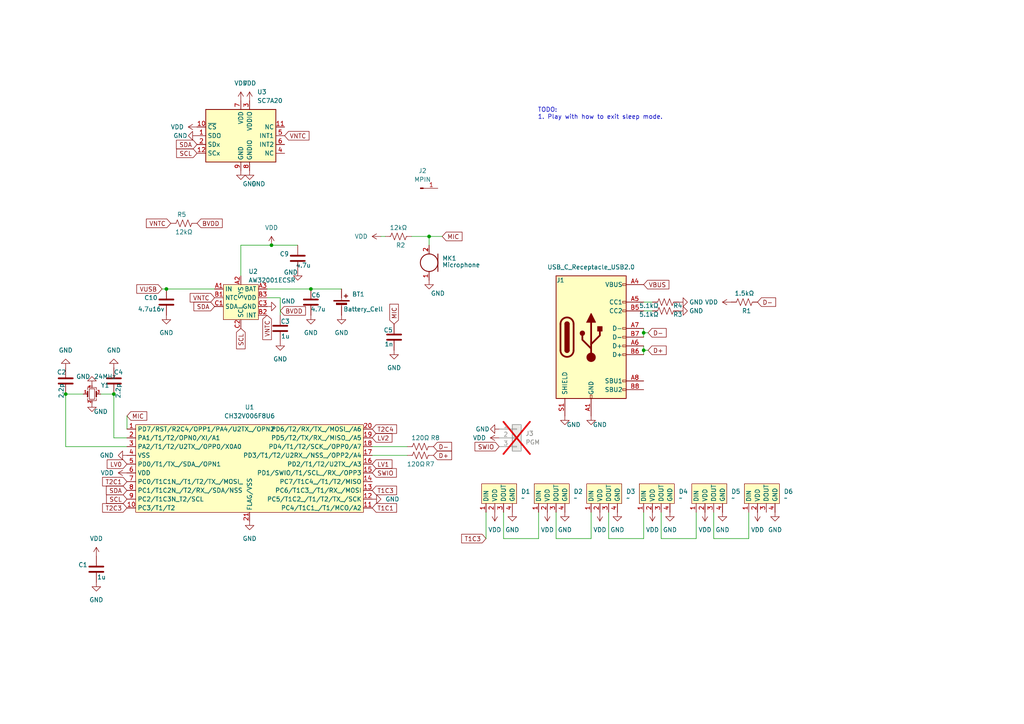
<source format=kicad_sch>
(kicad_sch (version 20231120) (generator "eeschema") (generator_version "8.0")
  (paper "A4")
  (lib_symbols
    (symbol "Connector:Conn_01x01_Pin" (pin_names (offset 1.016) hide)
      (property "Reference" "J" (at 0 2.54 0))
      (property "Value" "Conn_01x01_Pin" (at 0 -2.54 0))
      (symbol "Conn_01x01_Pin_1_1"
        (polyline (pts (xy 1.27 0) (xy 0.8636 0)) (stroke (width 0.1524)))
        (rectangle (start 0.8636 0.127) (end 0 -0.127) (stroke (width 0.1524)) (fill (type outline)))
        (pin passive line (at 5.08 0 180) (length 3.81) (name "Pin_1") (number "1"))
      )
    )
    (symbol "Connector:USB_C_Receptacle_USB2.0" (pin_names (offset 1.016))
      (property "Reference" "J" (at -10.16 19.05 0))
      (property "Value" "USB_C_Receptacle_USB2.0" (at 19.05 19.05 0))
      (symbol "USB_C_Receptacle_USB2.0_0_0"
        (rectangle (start -0.254 -17.78) (end 0.254 -16.764))
        (rectangle (start 10.16 -14.986) (end 9.144 -15.494))
        (rectangle (start 10.16 -12.446) (end 9.144 -12.954))
        (rectangle (start 10.16 -4.826) (end 9.144 -5.334))
        (rectangle (start 10.16 -2.286) (end 9.144 -2.794))
        (rectangle (start 10.16 0.254) (end 9.144 -0.254))
        (rectangle (start 10.16 2.794) (end 9.144 2.286))
        (rectangle (start 10.16 7.874) (end 9.144 7.366))
        (rectangle (start 10.16 10.414) (end 9.144 9.906))
        (rectangle (start 10.16 15.494) (end 9.144 14.986))
      )
      (symbol "USB_C_Receptacle_USB2.0_0_1"
        (rectangle (start -10.16 17.78) (end 10.16 -17.78) (stroke (width 0.254)) (fill (type background)))
        (arc (start -8.89 -3.81) (mid -6.985 -5.7067) (end -5.08 -3.81) (stroke (width 0.508)))
        (arc (start -7.62 -3.81) (mid -6.985 -4.4423) (end -6.35 -3.81) (stroke (width 0.254)))
        (arc (start -7.62 -3.81) (mid -6.985 -4.4423) (end -6.35 -3.81) (stroke (width 0.254)) (fill (type outline)))
        (rectangle (start -7.62 -3.81) (end -6.35 3.81) (stroke (width 0.254)) (fill (type outline)))
        (arc (start -6.35 3.81) (mid -6.985 4.4423) (end -7.62 3.81) (stroke (width 0.254)))
        (arc (start -6.35 3.81) (mid -6.985 4.4423) (end -7.62 3.81) (stroke (width 0.254)) (fill (type outline)))
        (arc (start -5.08 3.81) (mid -6.985 5.7067) (end -8.89 3.81) (stroke (width 0.508)))
        (circle (center -2.54 1.143) (radius 0.635) (stroke (width 0.254)) (fill (type outline)))
        (circle (center 0 -5.842) (radius 1.27) (fill (type outline)))
        (polyline (pts (xy -8.89 -3.81) (xy -8.89 3.81)) (stroke (width 0.508)))
        (polyline (pts (xy -5.08 3.81) (xy -5.08 -3.81)) (stroke (width 0.508)))
        (polyline (pts (xy 0 -5.842) (xy 0 4.318)) (stroke (width 0.508)))
        (polyline (pts (xy 0 -3.302) (xy -2.54 -0.762) (xy -2.54 0.508)) (stroke (width 0.508)))
        (polyline (pts (xy 0 -2.032) (xy 2.54 0.508) (xy 2.54 1.778)) (stroke (width 0.508)))
        (polyline (pts (xy -1.27 4.318) (xy 0 6.858) (xy 1.27 4.318) (xy -1.27 4.318)) (stroke (width 0.254)) (fill (type outline)))
        (rectangle (start 1.905 1.778) (end 3.175 3.048) (stroke (width 0.254)) (fill (type outline)))
      )
      (symbol "USB_C_Receptacle_USB2.0_1_1"
        (pin passive line (at 0 -22.86 90) (length 5.08) (name "GND") (number "A1"))
        (pin passive line (at 0 -22.86 90) (length 5.08) hide (name "GND") (number "A12"))
        (pin passive line (at 15.24 15.24 180) (length 5.08) (name "VBUS") (number "A4"))
        (pin bidirectional line (at 15.24 10.16 180) (length 5.08) (name "CC1") (number "A5"))
        (pin bidirectional line (at 15.24 -2.54 180) (length 5.08) (name "D+") (number "A6"))
        (pin bidirectional line (at 15.24 2.54 180) (length 5.08) (name "D-") (number "A7"))
        (pin bidirectional line (at 15.24 -12.7 180) (length 5.08) (name "SBU1") (number "A8"))
        (pin passive line (at 15.24 15.24 180) (length 5.08) hide (name "VBUS") (number "A9"))
        (pin passive line (at 0 -22.86 90) (length 5.08) hide (name "GND") (number "B1"))
        (pin passive line (at 0 -22.86 90) (length 5.08) hide (name "GND") (number "B12"))
        (pin passive line (at 15.24 15.24 180) (length 5.08) hide (name "VBUS") (number "B4"))
        (pin bidirectional line (at 15.24 7.62 180) (length 5.08) (name "CC2") (number "B5"))
        (pin bidirectional line (at 15.24 -5.08 180) (length 5.08) (name "D+") (number "B6"))
        (pin bidirectional line (at 15.24 0 180) (length 5.08) (name "D-") (number "B7"))
        (pin bidirectional line (at 15.24 -15.24 180) (length 5.08) (name "SBU2") (number "B8"))
        (pin passive line (at 15.24 15.24 180) (length 5.08) hide (name "VBUS") (number "B9"))
        (pin passive line (at -7.62 -22.86 90) (length 5.08) (name "SHIELD") (number "S1"))
      )
    )
    (symbol "Connector_Generic:Conn_01x03" (pin_names (offset 1.016) hide)
      (property "Reference" "J" (at 0 5.08 0))
      (property "Value" "Conn_01x03" (at 0 -5.08 0))
      (symbol "Conn_01x03_1_1"
        (rectangle (start -1.27 -2.413) (end 0 -2.667) (stroke (width 0.1524)))
        (rectangle (start -1.27 0.127) (end 0 -0.127) (stroke (width 0.1524)))
        (rectangle (start -1.27 2.667) (end 0 2.413) (stroke (width 0.1524)))
        (rectangle (start -1.27 3.81) (end 1.27 -3.81) (stroke (width 0.254)) (fill (type background)))
        (pin passive line (at -5.08 2.54 0) (length 3.81) (name "Pin_1") (number "1"))
        (pin passive line (at -5.08 0 0) (length 3.81) (name "Pin_2") (number "2"))
        (pin passive line (at -5.08 -2.54 0) (length 3.81) (name "Pin_3") (number "3"))
      )
    )
    (symbol "Device:Battery_Cell" (pin_numbers hide) (pin_names (offset 0) hide)
      (property "Reference" "BT" (at 2.54 2.54 0))
      (property "Value" "Battery_Cell" (at 2.54 0 0))
      (symbol "Battery_Cell_0_1"
        (rectangle (start -2.286 1.778) (end 2.286 1.524) (fill (type outline)))
        (rectangle (start -1.524 1.016) (end 1.524 0.508) (fill (type outline)))
        (polyline (pts (xy 0 0.762) (xy 0 0)))
        (polyline (pts (xy 0 1.778) (xy 0 2.54)))
        (polyline (pts (xy 0.762 3.048) (xy 1.778 3.048)) (stroke (width 0.254)))
        (polyline (pts (xy 1.27 3.556) (xy 1.27 2.54)) (stroke (width 0.254)))
      )
      (symbol "Battery_Cell_1_1"
        (pin passive line (at 0 5.08 270) (length 2.54) (name "+") (number "1"))
        (pin passive line (at 0 -2.54 90) (length 2.54) (name "-") (number "2"))
      )
    )
    (symbol "Device:C" (pin_numbers hide) (pin_names (offset 0.254))
      (property "Reference" "C" (at 0.635 2.54 0))
      (property "Value" "C" (at 0.635 -2.54 0))
      (symbol "C_0_1"
        (polyline (pts (xy -2.032 -0.762) (xy 2.032 -0.762)) (stroke (width 0.508)))
        (polyline (pts (xy -2.032 0.762) (xy 2.032 0.762)) (stroke (width 0.508)))
      )
      (symbol "C_1_1"
        (pin passive line (at 0 3.81 270) (length 2.794) (name "~") (number "1"))
        (pin passive line (at 0 -3.81 90) (length 2.794) (name "~") (number "2"))
      )
    )
    (symbol "Device:Crystal_GND24_Small" (pin_names (offset 1.016) hide)
      (property "Reference" "Y" (at 1.27 4.445 0))
      (property "Value" "Crystal_GND24_Small" (at 1.27 2.54 0))
      (symbol "Crystal_GND24_Small_0_1"
        (rectangle (start -0.762 -1.524) (end 0.762 1.524))
        (polyline (pts (xy -1.27 -0.762) (xy -1.27 0.762)) (stroke (width 0.381)))
        (polyline (pts (xy 1.27 -0.762) (xy 1.27 0.762)) (stroke (width 0.381)))
        (polyline (pts (xy -1.27 -1.27) (xy -1.27 -1.905) (xy 1.27 -1.905) (xy 1.27 -1.27)))
        (polyline (pts (xy -1.27 1.27) (xy -1.27 1.905) (xy 1.27 1.905) (xy 1.27 1.27)))
      )
      (symbol "Crystal_GND24_Small_1_1"
        (pin passive line (at -2.54 0 0) (length 1.27) (name "1") (number "1"))
        (pin passive line (at 0 -2.54 90) (length 0.635) (name "2") (number "2"))
        (pin passive line (at 2.54 0 180) (length 1.27) (name "3") (number "3"))
        (pin passive line (at 0 2.54 270) (length 0.635) (name "4") (number "4"))
      )
    )
    (symbol "Sensor_Motion:SC7A20"
      (property "Reference" "U" (at -9.398 8.636 0))
      (property "Value" "SC7A20" (at 7.112 8.636 0))
      (symbol "SC7A20_1_1"
        (rectangle (start -10.16 7.62) (end 10.16 -7.62) (stroke (width 0.254)) (fill (type background)))
        (pin bidirectional line (at -12.7 0 0) (length 2.54) (name "SDO") (number "1"))
        (pin input line (at -12.7 2.54 0) (length 2.54) (name "~{CS}") (number "10"))
        (pin passive line (at 12.7 2.54 180) (length 2.54) (name "NC") (number "11"))
        (pin input line (at -12.7 -5.08 0) (length 2.54) (name "SCx") (number "12"))
        (pin bidirectional line (at -12.7 -2.54 0) (length 2.54) (name "SDx") (number "2"))
        (pin power_in line (at 2.54 10.16 270) (length 2.54) (name "VDDIO") (number "3"))
        (pin passive line (at 12.7 -5.08 180) (length 2.54) (name "NC") (number "4"))
        (pin output line (at 12.7 0 180) (length 2.54) (name "INT1") (number "5"))
        (pin output line (at 12.7 -2.54 180) (length 2.54) (name "INT2") (number "6"))
        (pin power_in line (at 0 10.16 270) (length 2.54) (name "VDD") (number "7"))
        (pin power_in line (at 2.54 -10.16 90) (length 2.54) (name "GNDIO") (number "8"))
        (pin power_in line (at 0 -10.16 90) (length 2.54) (name "GND") (number "9"))
      )
    )
    (symbol "Swadge_Parts:GND" (power) (pin_names (offset 0))
      (property "Value" "GND" (at 0 -3.81 0))
      (symbol "GND_0_1"
        (polyline (pts (xy 0 0) (xy 0 -1.27) (xy 1.27 -1.27) (xy 0 -2.54) (xy -1.27 -1.27) (xy 0 -1.27)))
      )
      (symbol "GND_1_1"
        (pin power_in line (at 0 0 270) (length 0) hide (name "GND") (number "1"))
      )
    )
    (symbol "Swadge_Parts:Microphone-INGHAi-4mm" (pin_names (offset 0.0254) hide)
      (property "Reference" "MK" (at -3.81 1.27 0))
      (property "Value" "Microphone" (at -3.81 -0.635 0))
      (symbol "Microphone-INGHAi-4mm_0_1"
        (polyline (pts (xy -2.54 2.54) (xy -2.54 -2.54)) (stroke (width 0.254)))
        (polyline (pts (xy 0.254 3.81) (xy 0.762 3.81)))
        (polyline (pts (xy 0.508 4.064) (xy 0.508 3.556)))
        (circle (center 0 0) (radius 2.54) (stroke (width 0.254)))
      )
      (symbol "Microphone-INGHAi-4mm_1_1"
        (pin passive line (at 0 -5.08 90) (length 2.54) (name "-") (number "1"))
        (pin passive line (at 0 5.08 270) (length 2.54) (name "+") (number "2"))
      )
    )
    (symbol "Swadge_Parts:R_US" (pin_numbers hide) (pin_names (offset 0))
      (property "Reference" "R" (at 2.54 0 90))
      (property "Value" "R_US" (at -2.54 0 90))
      (symbol "R_US_0_1"
        (polyline (pts (xy 0 -2.286) (xy 0 -2.54)))
        (polyline (pts (xy 0 2.286) (xy 0 2.54)))
        (polyline (pts (xy 0 -0.762) (xy 1.016 -1.143) (xy 0 -1.524) (xy -1.016 -1.905) (xy 0 -2.286)))
        (polyline (pts (xy 0 0.762) (xy 1.016 0.381) (xy 0 0) (xy -1.016 -0.381) (xy 0 -0.762)))
        (polyline (pts (xy 0 2.286) (xy 1.016 1.905) (xy 0 1.524) (xy -1.016 1.143) (xy 0 0.762)))
      )
      (symbol "R_US_1_1"
        (pin passive line (at 0 3.81 270) (length 1.27) (name "~") (number "1"))
        (pin passive line (at 0 -3.81 90) (length 1.27) (name "~") (number "2"))
      )
    )
    (symbol "cnhardware:AW32001E-BMS"
      (property "Reference" "U" (at -3.302 -5.08 0))
      (symbol "AW32001E-BMS_1_1"
        (rectangle (start -5.08 3.81) (end 5.08 -6.35) (fill (type background)))
        (pin bidirectional line (at -7.62 2.54 0) (length 2.54) (name "IN") (number "A1"))
        (pin bidirectional line (at 0 6.35 270) (length 2.54) (name "SYS") (number "A2"))
        (pin bidirectional line (at 7.62 2.54 180) (length 2.54) (name "BAT") (number "A3"))
        (pin bidirectional line (at -7.62 0 0) (length 2.54) (name "NTC") (number "B1"))
        (pin bidirectional line (at 7.62 -5.08 180) (length 2.54) (name "INT") (number "B2"))
        (pin bidirectional line (at 7.62 0 180) (length 2.54) (name "VDD") (number "B3"))
        (pin bidirectional line (at -7.62 -2.54 0) (length 2.54) (name "SDA") (number "C1"))
        (pin bidirectional line (at 0 -8.89 90) (length 2.54) (name "SCL") (number "C2"))
        (pin bidirectional line (at 7.62 -2.54 180) (length 2.54) (name "GND") (number "C3"))
      )
    )
    (symbol "cnhardware:CH32V006F8U6"
      (property "Reference" "U" (at 0 -1.27 0))
      (property "Value" "CH32V006F8U6" (at 2.54 0 0))
      (symbol "CH32V006F8U6_1_1"
        (rectangle (start -33.02 12.7) (end 33.02 -12.7) (fill (type background)))
        (pin bidirectional line (at -35.56 11.43 0) (length 2.54) (name "PD7/RST/R2C4/OPP1/PA4/U2TX_/OPN2") (number "1"))
        (pin bidirectional line (at -35.56 -11.43 0) (length 2.54) (name "PC3/T1/T2") (number "10"))
        (pin bidirectional line (at 35.56 -11.43 180) (length 2.54) (name "PC4/T1C1_/T1/MCO/A2") (number "11"))
        (pin bidirectional line (at 35.56 -8.89 180) (length 2.54) (name "PC5/T1C2_/T1/T2/TX_/SCK") (number "12"))
        (pin bidirectional line (at 35.56 -6.35 180) (length 2.54) (name "PC6/T1C3_/T1/RX_/MOSI") (number "13"))
        (pin bidirectional line (at 35.56 -3.81 180) (length 2.54) (name "PC7/T1C4_/T1/T2/MISO") (number "14"))
        (pin bidirectional line (at 35.56 -1.27 180) (length 2.54) (name "PD1/SWIO/T1/SCL_/RX_/OPP3") (number "15"))
        (pin bidirectional line (at 35.56 1.27 180) (length 2.54) (name "PD2/T1/T2/U2TX_/A3") (number "16"))
        (pin bidirectional line (at 35.56 3.81 180) (length 2.54) (name "PD3/T1/T2/U2RX_/NSS_/OPP2/A4") (number "17"))
        (pin bidirectional line (at 35.56 6.35 180) (length 2.54) (name "PD4/T1/T2/SCK_/OPP0/A7") (number "18"))
        (pin bidirectional line (at 35.56 8.89 180) (length 2.54) (name "PD5/T2/TX/RX_/MISO_/A5") (number "19"))
        (pin bidirectional line (at -35.56 8.89 0) (length 2.54) (name "PA1/T1/T2/OPN0/XI/A1") (number "2"))
        (pin bidirectional line (at 35.56 11.43 180) (length 2.54) (name "PD6/T2/RX/TX_/MOSI_/A6") (number "20"))
        (pin bidirectional line (at 0 -15.24 90) (length 2.54) (name "FLAG/VSS") (number "21"))
        (pin bidirectional line (at -35.56 6.35 0) (length 2.54) (name "PA2/T1/T2/U2TX_/OPP0/X0A0") (number "3"))
        (pin bidirectional line (at -35.56 3.81 0) (length 2.54) (name "VSS") (number "4"))
        (pin bidirectional line (at -35.56 1.27 0) (length 2.54) (name "PD0/T1/TX_/SDA_/OPN1") (number "5"))
        (pin bidirectional line (at -35.56 -1.27 0) (length 2.54) (name "VDD") (number "6"))
        (pin bidirectional line (at -35.56 -3.81 0) (length 2.54) (name "PC0/T1C1N_/T1/T2/TX_/MOSI_") (number "7"))
        (pin bidirectional line (at -35.56 -6.35 0) (length 2.54) (name "PC1/T1C2N_/T2/RX_/SDA/NSS") (number "8"))
        (pin bidirectional line (at -35.56 -8.89 0) (length 2.54) (name "PC2/T1C3N_T2/SCL") (number "9"))
      )
    )
    (symbol "cnhardware:LC8812-SIDE-4020"
      (property "Reference" "D" (at 0 6.985 0))
      (symbol "LC8812-SIDE-4020_1_1"
        (rectangle (start -5.08 5.715) (end 5.08 0) (fill (type background)))
        (pin bidirectional line (at -3.81 -2.54 90) (length 2.54) (name "DIN") (number "1"))
        (pin bidirectional line (at -1.27 -2.54 90) (length 2.54) (name "VDD") (number "2"))
        (pin bidirectional line (at 1.27 -2.54 90) (length 2.54) (name "DOUT") (number "3"))
        (pin bidirectional line (at 3.81 -2.54 90) (length 2.54) (name "GND") (number "4"))
      )
    )
    (symbol "power:GND" (power) (pin_names (offset 0))
      (property "Value" "GND" (at 0 -3.81 0))
      (symbol "GND_0_1"
        (polyline (pts (xy 0 0) (xy 0 -1.27) (xy 1.27 -1.27) (xy 0 -2.54) (xy -1.27 -1.27) (xy 0 -1.27)))
      )
      (symbol "GND_1_1"
        (pin power_in line (at 0 0 270) (length 0) hide (name "GND") (number "1"))
      )
    )
    (symbol "power:VDD" (power) (pin_names (offset 0))
      (property "Value" "VDD" (at 0 3.81 0))
      (symbol "VDD_0_1"
        (polyline (pts (xy -0.762 1.27) (xy 0 2.54)))
        (polyline (pts (xy 0 0) (xy 0 2.54)))
        (polyline (pts (xy 0 2.54) (xy 0.762 1.27)))
      )
      (symbol "VDD_1_1"
        (pin power_in line (at 0 0 90) (length 0) hide (name "VDD") (number "1"))
      )
    )
  )
  (junction (at 90.17 83.82))
  (junction (at 48.26 83.82))
  (junction (at 78.74 71.12))
  (junction (at 33.02 114.3))
  (junction (at 186.69 96.52))
  (junction (at 186.69 101.6))
  (junction (at 124.46 68.58))
  (junction (at 19.05 114.3))
  (wire (pts (xy 119.38 68.58) (xy 124.46 68.58)))
  (wire (pts (xy 146.05 156.21) (xy 156.21 156.21)))
  (wire (pts (xy 186.69 101.6) (xy 187.96 101.6)))
  (wire (pts (xy 69.85 71.12) (xy 69.85 80.01)))
  (wire (pts (xy 186.69 96.52) (xy 186.69 97.79)))
  (wire (pts (xy 201.93 148.59) (xy 201.93 156.21)))
  (wire (pts (xy 124.46 68.58) (xy 128.27 68.58)))
  (wire (pts (xy 36.83 129.54) (xy 19.05 129.54)))
  (wire (pts (xy 19.05 114.3) (xy 24.13 114.3)))
  (wire (pts (xy 186.69 87.63) (xy 189.23 87.63)))
  (wire (pts (xy 107.95 132.08) (xy 118.11 132.08)))
  (wire (pts (xy 110.49 68.58) (xy 111.76 68.58)))
  (wire (pts (xy 186.69 96.52) (xy 187.96 96.52)))
  (wire (pts (xy 186.69 95.25) (xy 186.69 96.52)))
  (wire (pts (xy 207.01 148.59) (xy 207.01 156.21)))
  (wire (pts (xy 78.74 71.12) (xy 69.85 71.12)))
  (wire (pts (xy 217.17 148.59) (xy 217.17 156.21)))
  (wire (pts (xy 46.99 83.82) (xy 48.26 83.82)))
  (wire (pts (xy 33.02 114.3) (xy 33.02 127)))
  (wire (pts (xy 161.29 148.59) (xy 161.29 156.21)))
  (wire (pts (xy 19.05 129.54) (xy 19.05 114.3)))
  (wire (pts (xy 161.29 156.21) (xy 171.45 156.21)))
  (wire (pts (xy 176.53 148.59) (xy 176.53 156.21)))
  (wire (pts (xy 36.83 127) (xy 33.02 127)))
  (wire (pts (xy 186.69 90.17) (xy 189.23 90.17)))
  (wire (pts (xy 186.69 148.59) (xy 186.69 156.21)))
  (wire (pts (xy 48.26 83.82) (xy 62.23 83.82)))
  (wire (pts (xy 90.17 83.82) (xy 99.06 83.82)))
  (wire (pts (xy 86.36 71.12) (xy 78.74 71.12)))
  (wire (pts (xy 146.05 148.59) (xy 146.05 156.21)))
  (wire (pts (xy 140.97 156.21) (xy 140.97 148.59)))
  (wire (pts (xy 207.01 156.21) (xy 217.17 156.21)))
  (wire (pts (xy 176.53 156.21) (xy 186.69 156.21)))
  (wire (pts (xy 191.77 156.21) (xy 201.93 156.21)))
  (wire (pts (xy 186.69 100.33) (xy 186.69 101.6)))
  (wire (pts (xy 77.47 83.82) (xy 90.17 83.82)))
  (wire (pts (xy 36.83 120.65) (xy 36.83 124.46)))
  (wire (pts (xy 29.21 114.3) (xy 33.02 114.3)))
  (wire (pts (xy 81.28 86.36) (xy 77.47 86.36)))
  (wire (pts (xy 186.69 101.6) (xy 186.69 102.87)))
  (wire (pts (xy 171.45 148.59) (xy 171.45 156.21)))
  (wire (pts (xy 107.95 129.54) (xy 118.11 129.54)))
  (wire (pts (xy 81.28 86.36) (xy 81.28 91.44)))
  (wire (pts (xy 191.77 148.59) (xy 191.77 156.21)))
  (wire (pts (xy 124.46 68.58) (xy 124.46 71.12)))
  (wire (pts (xy 156.21 148.59) (xy 156.21 156.21)))
  (text "TODO:\n1. Play with how to exit sleep mode." (at 155.956 33.02 0) (effects (font (size 1.27 1.27)) (justify left)))
  (global_label "D-" (shape input) (at 187.96 96.52 0) (property "Intersheetrefs" "${INTERSHEET_REFS}" (effects (hide yes))))
  (global_label "VNTC" (shape input) (at 62.23 86.36 180) (property "Intersheetrefs" "${INTERSHEET_REFS}" (effects (hide yes))))
  (global_label "MIC" (shape input) (at 114.3 93.98 90) (property "Intersheetrefs" "${INTERSHEET_REFS}" (effects (hide yes))))
  (global_label "D+" (shape input) (at 187.96 101.6 0) (property "Intersheetrefs" "${INTERSHEET_REFS}" (effects (hide yes))))
  (global_label "SCL" (shape input) (at 36.83 144.78 180) (property "Intersheetrefs" "${INTERSHEET_REFS}" (effects (hide yes))))
  (global_label "VBUS" (shape input) (at 186.69 82.55 0) (property "Intersheetrefs" "${INTERSHEET_REFS}" (effects (hide yes))))
  (global_label "MIC" (shape input) (at 36.83 120.65 0) (property "Intersheetrefs" "${INTERSHEET_REFS}" (effects (hide yes))))
  (global_label "BVDD" (shape input) (at 81.28 90.17 0) (property "Intersheetrefs" "${INTERSHEET_REFS}" (effects (hide yes))))
  (global_label "LV0" (shape input) (at 36.83 134.62 180) (property "Intersheetrefs" "${INTERSHEET_REFS}" (effects (hide yes))))
  (global_label "VNTC" (shape input) (at 82.55 39.37 0) (property "Intersheetrefs" "${INTERSHEET_REFS}" (effects (hide yes))))
  (global_label "T2C1" (shape input) (at 36.83 139.7 180) (property "Intersheetrefs" "${INTERSHEET_REFS}" (effects (hide yes))))
  (global_label "T1C3" (shape input) (at 107.95 142.24 0) (property "Intersheetrefs" "${INTERSHEET_REFS}" (effects (hide yes))))
  (global_label "SDA" (shape input) (at 36.83 142.24 180) (property "Intersheetrefs" "${INTERSHEET_REFS}" (effects (hide yes))))
  (global_label "T1C3" (shape input) (at 140.97 156.21 180) (property "Intersheetrefs" "${INTERSHEET_REFS}" (effects (hide yes))))
  (global_label "D-" (shape input) (at 125.73 129.54 0) (property "Intersheetrefs" "${INTERSHEET_REFS}" (effects (hide yes))))
  (global_label "SCL" (shape input) (at 69.85 95.25 270) (property "Intersheetrefs" "${INTERSHEET_REFS}" (effects (hide yes))))
  (global_label "T1C1" (shape input) (at 107.95 147.32 0) (property "Intersheetrefs" "${INTERSHEET_REFS}" (effects (hide yes))))
  (global_label "SDA" (shape input) (at 62.23 88.9 180) (property "Intersheetrefs" "${INTERSHEET_REFS}" (effects (hide yes))))
  (global_label "VNTC" (shape input) (at 49.53 64.77 180) (property "Intersheetrefs" "${INTERSHEET_REFS}" (effects (hide yes))))
  (global_label "T2C4" (shape input) (at 107.95 124.46 0) (property "Intersheetrefs" "${INTERSHEET_REFS}" (effects (hide yes))))
  (global_label "SDA" (shape input) (at 57.15 41.91 180) (property "Intersheetrefs" "${INTERSHEET_REFS}" (effects (hide yes))))
  (global_label "BVDD" (shape input) (at 57.15 64.77 0) (property "Intersheetrefs" "${INTERSHEET_REFS}" (effects (hide yes))))
  (global_label "LV1" (shape input) (at 107.95 134.62 0) (property "Intersheetrefs" "${INTERSHEET_REFS}" (effects (hide yes))))
  (global_label "T2C3" (shape input) (at 36.83 147.32 180) (property "Intersheetrefs" "${INTERSHEET_REFS}" (effects (hide yes))))
  (global_label "VNTC" (shape input) (at 77.47 91.44 270) (property "Intersheetrefs" "${INTERSHEET_REFS}" (effects (hide yes))))
  (global_label "D+" (shape input) (at 125.73 132.08 0) (property "Intersheetrefs" "${INTERSHEET_REFS}" (effects (hide yes))))
  (global_label "LV2" (shape input) (at 107.95 127 0) (property "Intersheetrefs" "${INTERSHEET_REFS}" (effects (hide yes))))
  (global_label "SWIO" (shape input) (at 107.95 137.16 0) (property "Intersheetrefs" "${INTERSHEET_REFS}" (effects (hide yes))))
  (global_label "SWIO" (shape input) (at 144.78 129.54 180) (property "Intersheetrefs" "${INTERSHEET_REFS}" (effects (hide yes))))
  (global_label "SCL" (shape input) (at 57.15 44.45 180) (property "Intersheetrefs" "${INTERSHEET_REFS}" (effects (hide yes))))
  (global_label "D-" (shape input) (at 219.71 87.63 0) (property "Intersheetrefs" "${INTERSHEET_REFS}" (effects (hide yes))))
  (global_label "VUSB" (shape input) (at 46.99 83.82 180) (property "Intersheetrefs" "${INTERSHEET_REFS}" (effects (hide yes))))
  (global_label "MIC" (shape input) (at 128.27 68.58 0) (property "Intersheetrefs" "${INTERSHEET_REFS}" (effects (hide yes))))
  (symbol (lib_id "power:GND") (at 224.79 148.59 0) (unit 1)
    (property "Reference" "#PWR036" (effects (hide yes)))
    (property "Value" "GND" (at 224.79 153.67 0))
  )
  (symbol (lib_id "cnhardware:LC8812-SIDE-4020") (at 190.5 146.05 0) (unit 1)
    (property "Reference" "D4" (at 196.85 142.5574 0) (effects (justify left)))
    (property "Value" "~" (at 196.85 144.4625 0) (effects (justify left)))
    (property "Footprint" "cnhardware:LC8812-SIDE-4020" (effects (hide yes)))
    (property "LCSC" "C5378721" (effects (hide yes)))
  )
  (symbol (lib_id "cnhardware:AW32001E-BMS") (at 69.85 86.36 0) (unit 1)
    (property "Reference" "U2" (at 72.0441 78.74 0) (effects (justify left)))
    (property "Value" "AW32001ECSR" (at 72.0441 81.28 0) (effects (justify left)))
    (property "Footprint" "cnhardware:WLCSP-9-P0.5mm" (effects (hide yes)))
    (property "LCSC" "C5125890" (effects (hide yes)))
  )
  (symbol (lib_id "Swadge_Parts:GND") (at 69.85 49.53 0) (unit 1)
    (property "Reference" "#PWR042" (effects (hide yes)))
    (property "Value" "GND" (at 72.39 53.34 0))
  )
  (symbol (lib_id "Swadge_Parts:R_US") (at 215.9 87.63 90) (unit 1)
    (property "Reference" "R1" (at 216.535 90.17 90))
    (property "Value" "1.5kΩ" (at 215.9 85.09 90))
    (property "Footprint" "Resistor_SMD:R_0402_1005Metric" (effects (hide yes)))
    (property "Cost100" "10" (effects (hide yes)))
    (property "Substitutable" "Y" (effects (hide yes)))
    (property "LCSC" "C25867" (effects (hide yes)))
    (property "Cost @ 2.5k" "0.0008" (effects (hide yes)))
  )
  (symbol (lib_id "power:VDD") (at 144.78 127 90) (mirror x) (unit 1)
    (property "Reference" "#PWR039" (effects (hide yes)))
    (property "Value" "VDD" (at 140.97 126.9999 90) (effects (justify left)))
  )
  (symbol (lib_id "power:VDD") (at 57.15 36.83 90) (mirror x) (unit 1)
    (property "Reference" "#PWR046" (effects (hide yes)))
    (property "Value" "VDD" (at 53.34 36.8299 90) (effects (justify left)))
  )
  (symbol (lib_id "Swadge_Parts:R_US") (at 121.92 132.08 90) (unit 1)
    (property "Reference" "R7" (at 124.714 134.62 90))
    (property "Value" "120Ω" (at 120.65 134.62 90))
    (property "Footprint" "Resistor_SMD:R_0402_1005Metric" (effects (hide yes)))
    (property "Cost100" "10" (effects (hide yes)))
    (property "Substitutable" "Y" (effects (hide yes)))
    (property "LCSC" "C25079" (effects (hide yes)))
    (property "Cost @ 2.5k" "0.0008" (effects (hide yes)))
  )
  (symbol (lib_id "Device:C") (at 33.02 110.49 0) (unit 1)
    (property "Reference" "C4" (at 33.02 107.95 0) (effects (justify left)))
    (property "Value" "2.2p" (at 34.29 115.57 90) (effects (justify left)))
    (property "Footprint" "Capacitor_SMD:C_0402_1005Metric" (effects (hide yes)))
    (property "LCSC" "C1559" (effects (hide yes)))
  )
  (symbol (lib_id "power:VDD") (at 72.39 29.21 0) (mirror y) (unit 1)
    (property "Reference" "#PWR043" (effects (hide yes)))
    (property "Value" "VDD" (at 72.39 24.13 0))
  )
  (symbol (lib_id "power:GND") (at 114.3 101.6 0) (mirror y) (unit 1)
    (property "Reference" "#PWR020" (effects (hide yes)))
    (property "Value" "GND" (at 114.3 106.68 0))
  )
  (symbol (lib_id "power:GND") (at 148.59 148.59 0) (unit 1)
    (property "Reference" "#PWR026" (effects (hide yes)))
    (property "Value" "GND" (at 148.59 153.67 0))
  )
  (symbol (lib_id "power:GND") (at 194.31 148.59 0) (unit 1)
    (property "Reference" "#PWR032" (effects (hide yes)))
    (property "Value" "GND" (at 194.31 153.67 0))
  )
  (symbol (lib_id "power:GND") (at 81.28 99.06 0) (unit 1)
    (property "Reference" "#PWR012" (effects (hide yes)))
    (property "Value" "GND" (at 81.28 104.14 0))
  )
  (symbol (lib_id "Swadge_Parts:GND") (at 124.46 81.28 0) (unit 1)
    (property "Reference" "#PWR011" (effects (hide yes)))
    (property "Value" "GND" (at 127 85.09 0))
  )
  (symbol (lib_id "power:VDD") (at 78.74 71.12 0) (mirror y) (unit 1)
    (property "Reference" "#PWR09" (effects (hide yes)))
    (property "Value" "VDD" (at 78.74 66.04 0))
  )
  (symbol (lib_id "power:GND") (at 27.94 168.91 0) (unit 1)
    (property "Reference" "#PWR019" (effects (hide yes)))
    (property "Value" "GND" (at 27.94 173.99 0))
  )
  (symbol (lib_id "power:GND") (at 171.45 120.65 0) (unit 1)
    (property "Reference" "#PWR02" (effects (hide yes)))
    (property "Value" "GND" (at 173.99 123.19 0))
  )
  (symbol (lib_id "power:VDD") (at 212.09 87.63 90) (mirror x) (unit 1)
    (property "Reference" "#PWR023" (effects (hide yes)))
    (property "Value" "VDD" (at 208.28 87.6299 90) (effects (justify left)))
  )
  (symbol (lib_id "Device:C") (at 19.05 110.49 0) (unit 1)
    (property "Reference" "C2" (at 16.51 107.95 0) (effects (justify left)))
    (property "Value" "2.2p" (at 17.78 115.57 90) (effects (justify left)))
    (property "Footprint" "Capacitor_SMD:C_0402_1005Metric" (effects (hide yes)))
    (property "LCSC" "C1559" (effects (hide yes)))
  )
  (symbol (lib_id "cnhardware:CH32V006F8U6") (at 72.39 135.89 0) (unit 1)
    (property "Reference" "U1" (at 72.39 118.11 0))
    (property "Value" "CH32V006F8U6" (at 72.39 120.65 0))
    (property "Footprint" "Package_DFN_QFN:QFN-20-1EP_3x3mm_P0.4mm_EP1.65x1.65mm" (effects (hide yes)))
  )
  (symbol (lib_id "power:GND") (at 196.85 87.63 90) (unit 1)
    (property "Reference" "#PWR021" (effects (hide yes)))
    (property "Value" "GND" (at 201.93 87.63 90))
  )
  (symbol (lib_id "cnhardware:LC8812-SIDE-4020") (at 175.26 146.05 0) (unit 1)
    (property "Reference" "D3" (at 181.61 142.5574 0) (effects (justify left)))
    (property "Value" "~" (at 181.61 144.4625 0) (effects (justify left)))
    (property "Footprint" "cnhardware:LC8812-SIDE-4020" (effects (hide yes)))
    (property "LCSC" "C5378721" (effects (hide yes)))
  )
  (symbol (lib_id "power:VDD") (at 219.71 148.59 180) (unit 1)
    (property "Reference" "#PWR035" (effects (hide yes)))
    (property "Value" "VDD" (at 219.71 153.67 0))
  )
  (symbol (lib_id "power:GND") (at 33.02 106.68 180) (unit 1)
    (property "Reference" "#PWR08" (effects (hide yes)))
    (property "Value" "GND" (at 33.02 101.6 0))
  )
  (symbol (lib_id "Swadge_Parts:R_US") (at 121.92 129.54 90) (unit 1)
    (property "Reference" "R8" (at 126.238 127 90))
    (property "Value" "120Ω" (at 121.92 127 90))
    (property "Footprint" "Resistor_SMD:R_0402_1005Metric" (effects (hide yes)))
    (property "Cost100" "10" (effects (hide yes)))
    (property "Substitutable" "Y" (effects (hide yes)))
    (property "LCSC" "C25079" (effects (hide yes)))
    (property "Cost @ 2.5k" "0.0008" (effects (hide yes)))
  )
  (symbol (lib_id "power:GND") (at 48.26 91.44 0) (unit 1)
    (property "Reference" "#PWR016" (effects (hide yes)))
    (property "Value" "GND" (at 48.26 96.52 0))
  )
  (symbol (lib_id "power:VDD") (at 36.83 137.16 90) (mirror x) (unit 1)
    (property "Reference" "#PWR017" (effects (hide yes)))
    (property "Value" "VDD" (at 33.02 137.1599 90) (effects (justify left)))
  )
  (symbol (lib_id "power:GND") (at 179.07 148.59 0) (unit 1)
    (property "Reference" "#PWR030" (effects (hide yes)))
    (property "Value" "GND" (at 179.07 153.67 0))
  )
  (symbol (lib_id "power:GND") (at 196.85 90.17 90) (unit 1)
    (property "Reference" "#PWR022" (effects (hide yes)))
    (property "Value" "GND" (at 201.93 90.17 90))
  )
  (symbol (lib_id "power:VDD") (at 158.75 148.59 180) (unit 1)
    (property "Reference" "#PWR027" (effects (hide yes)))
    (property "Value" "VDD" (at 158.75 153.67 0))
  )
  (symbol (lib_id "Device:Crystal_GND24_Small") (at 26.67 114.3 0) (unit 1)
    (property "Reference" "Y1" (at 30.48 111.76 0))
    (property "Value" "24MHz" (at 30.48 109.22 0))
    (property "Footprint" "Crystal:Crystal_SMD_2016-4Pin_2.0x1.6mm" (effects (hide yes)))
    (property "LCSC" "C2929397" (effects (hide yes)))
  )
  (symbol (lib_id "Swadge_Parts:R_US") (at 193.04 87.63 90) (unit 1)
    (property "Reference" "R4" (at 196.596 88.646 90))
    (property "Value" "5.1kΩ" (at 188.214 88.646 90))
    (property "Footprint" "Resistor_SMD:R_0402_1005Metric" (effects (hide yes)))
    (property "Cost100" "10" (effects (hide yes)))
    (property "Substitutable" "Y" (effects (hide yes)))
    (property "LCSC" "C25905" (effects (hide yes)))
    (property "Cost @ 2.5k" "0.0008" (effects (hide yes)))
  )
  (symbol (lib_id "power:VDD") (at 189.23 148.59 180) (unit 1)
    (property "Reference" "#PWR031" (effects (hide yes)))
    (property "Value" "VDD" (at 189.23 153.67 0))
  )
  (symbol (lib_id "power:GND") (at 209.55 148.59 0) (unit 1)
    (property "Reference" "#PWR034" (effects (hide yes)))
    (property "Value" "GND" (at 209.55 153.67 0))
  )
  (symbol (lib_id "power:GND") (at 90.17 91.44 0) (unit 1)
    (property "Reference" "#PWR014" (effects (hide yes)))
    (property "Value" "GND" (at 90.17 96.52 0))
  )
  (symbol (lib_id "power:GND") (at 163.83 120.65 0) (unit 1)
    (property "Reference" "#PWR01" (effects (hide yes)))
    (property "Value" "GND" (at 166.37 123.19 0))
  )
  (symbol (lib_id "cnhardware:LC8812-SIDE-4020") (at 144.78 146.05 0) (unit 1)
    (property "Reference" "D1" (at 151.13 142.5574 0) (effects (justify left)))
    (property "Value" "~" (at 151.13 144.4625 0) (effects (justify left)))
    (property "Footprint" "cnhardware:LC8812-SIDE-4020" (effects (hide yes)))
    (property "LCSC" "C5378721" (effects (hide yes)))
  )
  (symbol (lib_id "power:GND") (at 163.83 148.59 0) (unit 1)
    (property "Reference" "#PWR028" (effects (hide yes)))
    (property "Value" "GND" (at 163.83 153.67 0))
  )
  (symbol (lib_id "Device:C") (at 81.28 95.25 0) (mirror y) (unit 1)
    (property "Reference" "C3" (at 84.074 93.218 0) (effects (justify left)))
    (property "Value" "1u" (at 84.074 97.536 0) (effects (justify left)))
    (property "Footprint" "Capacitor_SMD:C_0402_1005Metric" (effects (hide yes)))
    (property "LCSC" "C14445" (effects (hide yes)))
  )
  (symbol (lib_id "Device:C") (at 48.26 87.63 0) (mirror y) (unit 1)
    (property "Reference" "C10" (at 45.72 86.36 0) (effects (justify left)))
    (property "Value" "4.7u16v" (at 47.752 89.662 0) (effects (justify left)))
    (property "Footprint" "Capacitor_SMD:C_0603_1608Metric" (effects (hide yes)))
    (property "LCSC" "C19666" (effects (hide yes)))
  )
  (symbol (lib_id "Swadge_Parts:Microphone-INGHAi-4mm") (at 124.46 76.2 0) (mirror y) (unit 1)
    (property "Reference" "MK1" (at 128.27 74.93 0) (effects (justify right)))
    (property "Value" "Microphone" (at 128.27 76.835 0) (effects (justify right)))
    (property "Footprint" "Swadge_Parts:INGHAi_MIC_GMI4013S-2C58DB" (effects (hide yes)))
    (property "Datasheet" "https://datasheet.lcsc.com/lcsc/2105281609_Goertek-B4013AM423-098_C2835889.pdf" (effects (hide yes)))
    (property "Cost100" "0.11" (effects (hide yes)))
    (property "Substitutable" "N" (effects (hide yes)))
    (property "LCSC" "C529870" (effects (hide yes)))
    (property "Cost @ 2.5k" "0.1825" (effects (hide yes)))
    (property "Notes" "DNP" (effects (hide yes)))
  )
  (symbol (lib_id "Device:C") (at 86.36 74.93 0) (mirror y) (unit 1)
    (property "Reference" "C9" (at 83.82 73.66 0) (effects (justify left)))
    (property "Value" "4.7u" (at 90.17 76.962 0) (effects (justify left)))
    (property "Footprint" "Capacitor_SMD:C_0402_1005Metric" (effects (hide yes)))
    (property "LCSC" "C23733" (effects (hide yes)))
  )
  (symbol (lib_id "power:VDD") (at 27.94 161.29 0) (mirror y) (unit 1)
    (property "Reference" "#PWR018" (effects (hide yes)))
    (property "Value" "VDD" (at 27.94 156.21 0))
  )
  (symbol (lib_id "power:GND") (at 86.36 78.74 0) (unit 1)
    (property "Reference" "#PWR015" (effects (hide yes)))
    (property "Value" "GND" (at 84.328 78.994 0))
  )
  (symbol (lib_id "power:VDD") (at 204.47 148.59 180) (unit 1)
    (property "Reference" "#PWR033" (effects (hide yes)))
    (property "Value" "VDD" (at 204.47 153.67 0))
  )
  (symbol (lib_id "cnhardware:LC8812-SIDE-4020") (at 205.74 146.05 0) (unit 1)
    (property "Reference" "D5" (at 212.09 142.5574 0) (effects (justify left)))
    (property "Value" "~" (at 212.09 144.4625 0) (effects (justify left)))
    (property "Footprint" "cnhardware:LC8812-SIDE-4020" (effects (hide yes)))
    (property "LCSC" "C5378721" (effects (hide yes)))
  )
  (symbol (lib_id "cnhardware:LC8812-SIDE-4020") (at 160.02 146.05 0) (unit 1)
    (property "Reference" "D2" (at 166.37 142.5574 0) (effects (justify left)))
    (property "Value" "~" (at 166.37 144.4625 0) (effects (justify left)))
    (property "Footprint" "cnhardware:LC8812-SIDE-4020" (effects (hide yes)))
    (property "LCSC" "C5378721" (effects (hide yes)))
  )
  (symbol (lib_id "Sensor_Motion:SC7A20") (at 69.85 39.37 0) (unit 1)
    (property "Reference" "U3" (at 74.5841 26.67 0) (effects (justify left)))
    (property "Value" "SC7A20" (at 74.5841 29.21 0) (effects (justify left)))
    (property "Footprint" "Package_LGA:LGA-12_2x2mm_P0.5mm" (effects (hide yes)))
    (property "Datasheet" "https://www.silan.com.cn/en/product/details/47.html" (effects (hide yes)))
    (property "Description" "3-Axis Accelerometer, 2/4/8g/16g range, I2C/SPI interface, LGA-12" (effects (hide yes)))
    (property "LCSC" "C5126709" (effects (hide yes)))
  )
  (symbol (lib_id "Connector:Conn_01x01_Pin") (at 121.92 54.61 0) (unit 1)
    (property "Reference" "J2" (at 122.555 49.53 0))
    (property "Value" "MPIN" (at 122.555 52.07 0))
    (property "Footprint" "TestPoint:TestPoint_Pad_D4.0mm" (effects (hide yes)))
    (property "Description" "Generic connector, single row, 01x01, script generated" (effects (hide yes)))
  )
  (symbol (lib_id "power:GND") (at 19.05 106.68 180) (unit 1)
    (property "Reference" "#PWR03" (effects (hide yes)))
    (property "Value" "GND" (at 19.05 101.6 0))
  )
  (symbol (lib_id "power:GND") (at 77.47 88.9 90) (unit 1)
    (property "Reference" "#PWR010" (effects (hide yes)))
    (property "Value" "GND" (at 81.534 87.376 90) (effects (justify right)))
  )
  (symbol (lib_id "power:GND") (at 107.95 144.78 90) (unit 1)
    (property "Reference" "#PWR037" (effects (hide yes)))
    (property "Value" "GND" (at 111.76 144.7799 90) (effects (justify right)))
  )
  (symbol (lib_id "power:GND") (at 36.83 132.08 270) (unit 1)
    (property "Reference" "#PWR04" (effects (hide yes)))
    (property "Value" "GND" (at 33.02 132.0799 90) (effects (justify right)))
  )
  (symbol (lib_id "cnhardware:LC8812-SIDE-4020") (at 220.98 146.05 0) (unit 1)
    (property "Reference" "D6" (at 227.33 142.5574 0) (effects (justify left)))
    (property "Value" "~" (at 227.33 144.4625 0) (effects (justify left)))
    (property "Footprint" "cnhardware:LC8812-SIDE-4020" (effects (hide yes)))
    (property "LCSC" "C5378721" (effects (hide yes)))
  )
  (symbol (lib_id "power:VDD") (at 110.49 68.58 90) (mirror x) (unit 1)
    (property "Reference" "#PWR07" (effects (hide yes)))
    (property "Value" "VDD" (at 106.68 68.5799 90) (effects (justify left)))
  )
  (symbol (lib_id "Swadge_Parts:GND") (at 57.15 39.37 270) (unit 1)
    (property "Reference" "#PWR045" (effects (hide yes)))
    (property "Value" "GND" (at 52.324 39.37 90))
  )
  (symbol (lib_id "power:GND") (at 99.06 91.44 0) (unit 1)
    (property "Reference" "#PWR024" (effects (hide yes)))
    (property "Value" "GND" (at 99.06 96.52 0))
  )
  (symbol (lib_id "power:GND") (at 26.67 116.84 0) (unit 1)
    (property "Reference" "#PWR06" (effects (hide yes)))
    (property "Value" "GND" (at 29.21 119.38 0))
  )
  (symbol (lib_id "power:VDD") (at 143.51 148.59 180) (unit 1)
    (property "Reference" "#PWR025" (effects (hide yes)))
    (property "Value" "VDD" (at 143.51 153.67 0))
  )
  (symbol (lib_id "Swadge_Parts:R_US") (at 115.57 68.58 90) (unit 1)
    (property "Reference" "R2" (at 116.205 71.12 90))
    (property "Value" "12kΩ" (at 115.57 66.04 90))
    (property "Footprint" "Resistor_SMD:R_0402_1005Metric" (effects (hide yes)))
    (property "Cost100" "10" (effects (hide yes)))
    (property "Substitutable" "Y" (effects (hide yes)))
    (property "LCSC" "C22790" (effects (hide yes)))
    (property "Cost @ 2.5k" "0.0008" (effects (hide yes)))
  )
  (symbol (lib_id "power:VDD") (at 173.99 148.59 180) (unit 1)
    (property "Reference" "#PWR029" (effects (hide yes)))
    (property "Value" "VDD" (at 173.99 153.67 0))
  )
  (symbol (lib_id "power:GND") (at 72.39 151.13 0) (unit 1)
    (property "Reference" "#PWR013" (effects (hide yes)))
    (property "Value" "GND" (at 72.39 156.21 0))
  )
  (symbol (lib_id "Connector:USB_C_Receptacle_USB2.0") (at 171.45 97.79 0) (unit 1)
    (property "Reference" "J1" (at 162.56 81.28 0))
    (property "Value" "USB_C_Receptacle_USB2.0" (at 171.45 77.47 0))
    (property "Footprint" "Connector_USB:USB_C_Receptacle_HRO_TYPE-C-31-M-12" (effects (hide yes)))
    (property "Datasheet" "https://www.usb.org/sites/default/files/documents/usb_type-c.zip" (effects (hide yes)))
    (property "LCSC" "C2765186" (effects (hide yes)))
  )
  (symbol (lib_id "Swadge_Parts:GND") (at 72.39 49.53 0) (unit 1)
    (property "Reference" "#PWR041" (effects (hide yes)))
    (property "Value" "GND" (at 74.93 53.34 0))
  )
  (symbol (lib_id "power:GND") (at 26.67 111.76 180) (unit 1)
    (property "Reference" "#PWR05" (effects (hide yes)))
    (property "Value" "GND" (at 24.13 109.22 0))
  )
  (symbol (lib_id "Device:C") (at 90.17 87.63 0) (mirror y) (unit 1)
    (property "Reference" "C6" (at 92.964 85.598 0) (effects (justify left)))
    (property "Value" "4.7u" (at 94.488 89.662 0) (effects (justify left)))
    (property "Footprint" "Capacitor_SMD:C_0402_1005Metric" (effects (hide yes)))
    (property "LCSC" "C23733" (effects (hide yes)))
  )
  (symbol (lib_id "Device:C") (at 114.3 97.79 0) (unit 1)
    (property "Reference" "C5" (at 111.252 95.758 0) (effects (justify left)))
    (property "Value" "1n" (at 111.506 99.822 0) (effects (justify left)))
    (property "Footprint" "Capacitor_SMD:C_0402_1005Metric" (effects (hide yes)))
    (property "LCSC" "C1523" (effects (hide yes)))
  )
  (symbol (lib_id "Swadge_Parts:R_US") (at 193.04 90.17 90) (unit 1)
    (property "Reference" "R3" (at 196.596 91.186 90))
    (property "Value" "5.1kΩ" (at 188.214 91.186 90))
    (property "Footprint" "Resistor_SMD:R_0402_1005Metric" (effects (hide yes)))
    (property "Cost100" "10" (effects (hide yes)))
    (property "Substitutable" "Y" (effects (hide yes)))
    (property "LCSC" "C25905" (effects (hide yes)))
    (property "Cost @ 2.5k" "0.0008" (effects (hide yes)))
  )
  (symbol (lib_id "Device:Battery_Cell") (at 99.06 88.9 0) (unit 1)
    (property "Reference" "BT1" (at 102.108 85.344 0) (effects (justify left)))
    (property "Value" "Battery_Cell" (at 99.568 89.662 0) (effects (justify left)))
    (property "Footprint" "cnhardware:CR2450-TWOPAD" (effects (hide yes)))
    (property "Description" "Single-cell battery" (effects (hide yes)))
    (property "LCSC" "C964809" (effects (hide yes)))
  )
  (symbol (lib_id "Swadge_Parts:R_US") (at 53.34 64.77 270) (unit 1)
    (property "Reference" "R5" (at 52.705 62.23 90))
    (property "Value" "12kΩ" (at 53.34 67.31 90))
    (property "Footprint" "Resistor_SMD:R_0402_1005Metric" (effects (hide yes)))
    (property "Cost100" "10" (effects (hide yes)))
    (property "Substitutable" "Y" (effects (hide yes)))
    (property "LCSC" "C22790" (effects (hide yes)))
    (property "Cost @ 2.5k" "0.0008" (effects (hide yes)))
  )
  (symbol (lib_id "power:GND") (at 144.78 124.46 270) (unit 1)
    (property "Reference" "#PWR038" (effects (hide yes)))
    (property "Value" "GND" (at 139.954 124.46 90))
  )
  (symbol (lib_id "Device:C") (at 27.94 165.1 0) (mirror y) (unit 1)
    (property "Reference" "C1" (at 25.4 163.83 0) (effects (justify left)))
    (property "Value" "1u" (at 30.734 167.386 0) (effects (justify left)))
    (property "Footprint" "Capacitor_SMD:C_0402_1005Metric" (effects (hide yes)))
    (property "LCSC" "C14445" (effects (hide yes)))
  )
  (symbol (lib_id "power:VDD") (at 69.85 29.21 0) (mirror y) (unit 1)
    (property "Reference" "#PWR044" (effects (hide yes)))
    (property "Value" "VDD" (at 69.85 24.13 0))
  )
  (symbol (lib_id "Connector_Generic:Conn_01x03") (at 149.86 127 0) (unit 1) (in_bom no) (dnp yes)
    (property "Reference" "J3" (at 152.4 125.7299 0) (effects (justify left)))
    (property "Value" "PGM" (at 152.4 128.2699 0) (effects (justify left)))
    (property "Footprint" "Connector_PinHeader_2.54mm:PinHeader_1x03_P2.54mm_Vertical" (effects (hide yes)))
    (property "Description" "Generic connector, single row, 01x03, script generated (kicad-library-utils/schlib/autogen/connector/)" (effects (hide yes)))
  )
)
</source>
